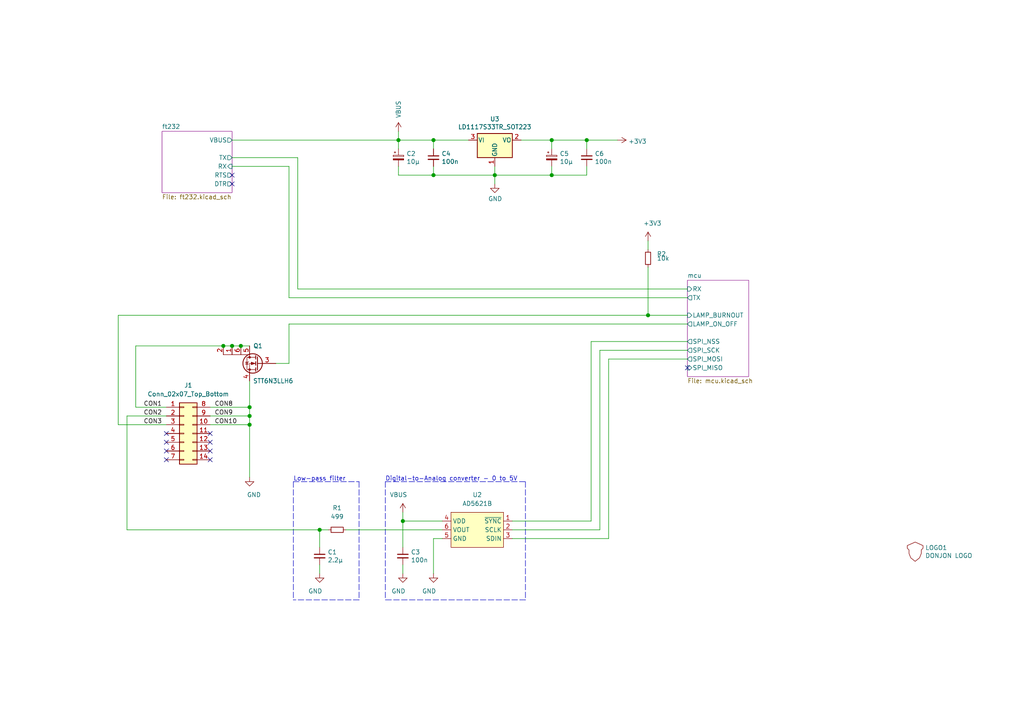
<source format=kicad_sch>
(kicad_sch (version 20201015) (generator eeschema)
  (page 1 3)
  (paper "A4")
  (title_block (title "hayashi-light-remote") (date "2020-12-10") (rev "1.0") (company "Ledger") (comment 1 "Licensed under LGPLv3"))
  (lib_symbols
    (symbol "Connector_Generic:Conn_02x07_Top_Bottom" (pin_names (offset 1.016) hide)
      (property "Reference" "J" (at 1.27 10.16 0))
      (property "Value" "Conn_02x07_Top_Bottom" (at 1.27 -10.16 0))
      (symbol "Conn_02x07_Top_Bottom_1_1"
        (rectangle (start -1.27 -4.953) (end 0 -5.207) (stroke (width 0.1524)))
        (rectangle (start -1.27 -7.493) (end 0 -7.747) (stroke (width 0.1524)))
        (rectangle (start -1.27 -2.413) (end 0 -2.667) (stroke (width 0.1524)))
        (rectangle (start -1.27 2.667) (end 0 2.413) (stroke (width 0.1524)))
        (rectangle (start -1.27 5.207) (end 0 4.953) (stroke (width 0.1524)))
        (rectangle (start -1.27 7.747) (end 0 7.493) (stroke (width 0.1524)))
        (rectangle (start -1.27 8.89) (end 3.81 -8.89) (stroke (width 0.254)) (fill (type background)))
        (rectangle (start -1.27 0.127) (end 0 -0.127) (stroke (width 0.1524)))
        (rectangle (start 3.81 -4.953) (end 2.54 -5.207) (stroke (width 0.1524)))
        (rectangle (start 3.81 -7.493) (end 2.54 -7.747) (stroke (width 0.1524)))
        (rectangle (start 3.81 -2.413) (end 2.54 -2.667) (stroke (width 0.1524)))
        (rectangle (start 3.81 2.667) (end 2.54 2.413) (stroke (width 0.1524)))
        (rectangle (start 3.81 5.207) (end 2.54 4.953) (stroke (width 0.1524)))
        (rectangle (start 3.81 7.747) (end 2.54 7.493) (stroke (width 0.1524)))
        (rectangle (start 3.81 0.127) (end 2.54 -0.127) (stroke (width 0.1524)))
        (pin passive line (at -5.08 7.62 0) (length 3.81) (name "Pin_1") (number "1"))
        (pin passive line (at 7.62 2.54 180) (length 3.81) (name "Pin_10") (number "10"))
        (pin passive line (at 7.62 0 180) (length 3.81) (name "Pin_11") (number "11"))
        (pin passive line (at 7.62 -2.54 180) (length 3.81) (name "Pin_12") (number "12"))
        (pin passive line (at 7.62 -5.08 180) (length 3.81) (name "Pin_13") (number "13"))
        (pin passive line (at 7.62 -7.62 180) (length 3.81) (name "Pin_14") (number "14"))
        (pin passive line (at -5.08 5.08 0) (length 3.81) (name "Pin_2") (number "2"))
        (pin passive line (at -5.08 2.54 0) (length 3.81) (name "Pin_3") (number "3"))
        (pin passive line (at -5.08 0 0) (length 3.81) (name "Pin_4") (number "4"))
        (pin passive line (at -5.08 -2.54 0) (length 3.81) (name "Pin_5") (number "5"))
        (pin passive line (at -5.08 -5.08 0) (length 3.81) (name "Pin_6") (number "6"))
        (pin passive line (at -5.08 -7.62 0) (length 3.81) (name "Pin_7") (number "7"))
        (pin passive line (at 7.62 7.62 180) (length 3.81) (name "Pin_8") (number "8"))
        (pin passive line (at 7.62 5.08 180) (length 3.81) (name "Pin_9") (number "9"))
      )
    )
    (symbol "Device:C_Polarized_Small" (pin_numbers hide) (pin_names (offset 0.254) hide)
      (property "Reference" "C" (at 0.254 1.778 0))
      (property "Value" "C_Polarized_Small" (at 0.254 -2.032 0))
      (symbol "C_Polarized_Small_0_1"
        (rectangle (start -1.524 -0.3048) (end 1.524 -0.6858) (fill (type outline)))
        (rectangle (start -1.524 0.6858) (end 1.524 0.3048))
        (polyline (pts (xy -1.27 1.524) (xy -0.762 1.524)))
        (polyline (pts (xy -1.016 1.27) (xy -1.016 1.778)))
      )
      (symbol "C_Polarized_Small_1_1"
        (pin passive line (at 0 2.54 270) (length 1.8542) (name "~") (number "1"))
        (pin passive line (at 0 -2.54 90) (length 1.8542) (name "~") (number "2"))
      )
    )
    (symbol "Device:C_Small" (pin_numbers hide) (pin_names (offset 0.254) hide)
      (property "Reference" "C" (at 0.254 1.778 0))
      (property "Value" "C_Small" (at 0.254 -2.032 0))
      (symbol "C_Small_0_1"
        (polyline (pts (xy -1.524 -0.508) (xy 1.524 -0.508)) (stroke (width 0.3302)))
        (polyline (pts (xy -1.524 0.508) (xy 1.524 0.508)) (stroke (width 0.3048)))
      )
      (symbol "C_Small_1_1"
        (pin passive line (at 0 2.54 270) (length 2.032) (name "~") (number "1"))
        (pin passive line (at 0 -2.54 90) (length 2.032) (name "~") (number "2"))
      )
    )
    (symbol "Device:R_Small" (pin_numbers hide) (pin_names (offset 0.254) hide)
      (property "Reference" "R" (at 0.762 0.508 0))
      (property "Value" "R_Small" (at 0.762 -1.016 0))
      (symbol "R_Small_0_1"
        (rectangle (start -0.762 1.778) (end 0.762 -1.778) (stroke (width 0.2032)))
      )
      (symbol "R_Small_1_1"
        (pin passive line (at 0 2.54 270) (length 0.762) (name "~") (number "1"))
        (pin passive line (at 0 -2.54 90) (length 0.762) (name "~") (number "2"))
      )
    )
    (symbol "Regulator_Linear:LD1117S33TR_SOT223" (pin_names (offset 0.254))
      (property "Reference" "U" (at -3.81 3.175 0))
      (property "Value" "LD1117S33TR_SOT223" (at 0 3.175 0))
      (symbol "LD1117S33TR_SOT223_0_1"
        (rectangle (start -5.08 -5.08) (end 5.08 1.905) (stroke (width 0.254)) (fill (type background)))
      )
      (symbol "LD1117S33TR_SOT223_1_1"
        (pin power_in line (at 0 -7.62 90) (length 2.54) (name "GND") (number "1"))
        (pin power_out line (at 7.62 0 180) (length 2.54) (name "VO") (number "2"))
        (pin power_in line (at -7.62 0 0) (length 2.54) (name "VI") (number "3"))
      )
    )
    (symbol "mylib:AD5621B"
      (property "Reference" "U" (at 0 6.35 0))
      (property "Value" "AD5621B" (at 0 3.81 0))
      (symbol "AD5621B_1_1"
        (rectangle (start -7.62 2.54) (end 7.62 -7.62) (fill (type background)))
        (pin input line (at -10.16 0 0) (length 2.54) (name "~SYNC") (number "1"))
        (pin input line (at -10.16 -2.54 0) (length 2.54) (name "SCLK") (number "2"))
        (pin input line (at -10.16 -5.08 0) (length 2.54) (name "SDIN") (number "3"))
        (pin power_in line (at 10.16 0 180) (length 2.54) (name "VDD") (number "4"))
        (pin power_in line (at 10.16 -5.08 180) (length 2.54) (name "GND") (number "5"))
        (pin power_out line (at 10.16 -2.54 180) (length 2.54) (name "VOUT") (number "6"))
      )
    )
    (symbol "mylib:DUNGEON_LOGO"
      (property "Reference" "LOGO" (at 0 0 0))
      (property "Value" "DUNGEON_LOGO" (at 0 0 0))
      (symbol "DUNGEON_LOGO_0_1"
        (polyline (pts (xy 0 2.794) (xy 2.286 1.778) (xy 2.286 1.016) (xy 1.778 0.508) (xy 1.778 -0.508) (xy 1.27 -1.778) (xy 0 -2.794) (xy -1.27 -1.778) (xy -1.778 -0.508) (xy -1.778 0.508) (xy -2.286 1.016) (xy -2.286 1.778) (xy 0 2.794)))
      )
    )
    (symbol "mylib:STT6N3LLH6"
      (property "Reference" "Q" (at 3.81 0 0))
      (property "Value" "STT6N3LLH6" (at 7.62 -2.54 0))
      (symbol "STT6N3LLH6_1_1"
        (circle (center -0.889 0) (radius 2.8194) (stroke (width 0.254)))
        (circle (center 0 -1.778) (radius 0.2794) (fill (type outline)))
        (circle (center 0 1.778) (radius 0.2794) (fill (type outline)))
        (polyline (pts (xy -2.4892 0) (xy -2.286 0)))
        (polyline (pts (xy -1.778 -1.778) (xy 0 -1.778)))
        (polyline (pts (xy -1.778 -1.27) (xy -1.778 -2.286)) (stroke (width 0.254)))
        (polyline (pts (xy -1.778 0) (xy 0 0)))
        (polyline (pts (xy -1.778 0.508) (xy -1.778 -0.508)) (stroke (width 0.254)))
        (polyline (pts (xy -1.778 1.778) (xy 0 1.778)))
        (polyline (pts (xy -1.778 2.286) (xy -1.778 1.27)) (stroke (width 0.254)))
        (polyline (pts (xy 0 -1.778) (xy 0 -2.54)))
        (polyline (pts (xy 0 -1.778) (xy 0 0)))
        (polyline (pts (xy 0 2.54) (xy 0 1.778)))
        (polyline (pts (xy -2.286 1.905) (xy -2.286 -1.905) (xy -2.286 -1.905)) (stroke (width 0.254)))
        (polyline (pts (xy -1.524 0) (xy -0.508 0.381) (xy -0.508 -0.381) (xy -1.524 0)) (fill (type outline)))
        (polyline (pts (xy 0 -1.778) (xy 0.762 -1.778) (xy 0.762 1.778) (xy 0 1.778)))
        (polyline (pts (xy 0.254 0.508) (xy 0.381 0.381) (xy 1.143 0.381) (xy 1.27 0.254)))
        (polyline (pts (xy 0.762 0.381) (xy 0.381 -0.254) (xy 1.143 -0.254) (xy 0.762 0.381)))
        (pin passive line (at 5.08 5.08 270) (length 2.54) (name "~") (number "1"))
        (pin passive line (at 7.62 5.08 270) (length 2.54) (name "~") (number "2"))
        (pin input line (at -7.62 0 0) (length 5.08) (name "~") (number "3"))
        (pin passive line (at 0 -5.08 90) (length 2.54) (name "~") (number "4"))
        (pin passive line (at 0 5.08 270) (length 2.54) (name "~") (number "5"))
        (pin passive line (at 2.54 5.08 270) (length 2.54) (name "~") (number "6"))
      )
      (symbol "STT6N3LLH6_0_1"
        (polyline (pts (xy 7.62 2.54) (xy 0 2.54)))
      )
    )
    (symbol "power:+3V3" (power) (pin_names (offset 0))
      (property "Value" "+3V3" (at 0 3.556 0))
      (symbol "+3V3_0_1"
        (polyline (pts (xy -0.762 1.27) (xy 0 2.54)))
        (polyline (pts (xy 0 0) (xy 0 2.54)))
        (polyline (pts (xy 0 2.54) (xy 0.762 1.27)))
      )
      (symbol "+3V3_1_1"
        (pin power_in line (at 0 0 90) (length 0) hide (name "+3V3") (number "1"))
      )
    )
    (symbol "power:GND" (power) (pin_names (offset 0))
      (property "Value" "GND" (at 0 -3.81 0))
      (symbol "GND_0_1"
        (polyline (pts (xy 0 0) (xy 0 -1.27) (xy 1.27 -1.27) (xy 0 -2.54) (xy -1.27 -1.27) (xy 0 -1.27)))
      )
      (symbol "GND_1_1"
        (pin power_in line (at 0 0 270) (length 0) hide (name "GND") (number "1"))
      )
    )
    (symbol "power:VBUS" (power) (pin_names (offset 0))
      (property "Value" "VBUS" (at 0 3.81 0))
      (symbol "VBUS_0_1"
        (polyline (pts (xy -0.762 1.27) (xy 0 2.54)))
        (polyline (pts (xy 0 0) (xy 0 2.54)))
        (polyline (pts (xy 0 2.54) (xy 0.762 1.27)))
      )
      (symbol "VBUS_1_1"
        (pin power_in line (at 0 0 90) (length 0) hide (name "VBUS") (number "1"))
      )
    )
  )
  (junction (at 64.77 100.33) (diameter 1.016))
  (junction (at 67.31 100.33) (diameter 1.016))
  (junction (at 69.85 100.33) (diameter 1.016))
  (junction (at 72.39 118.11) (diameter 1.016))
  (junction (at 72.39 120.65) (diameter 1.016))
  (junction (at 72.39 123.19) (diameter 1.016))
  (junction (at 92.71 153.67) (diameter 1.016))
  (junction (at 115.57 40.64) (diameter 1.016))
  (junction (at 116.84 151.13) (diameter 1.016))
  (junction (at 125.73 40.64) (diameter 1.016))
  (junction (at 125.73 50.8) (diameter 1.016))
  (junction (at 143.51 50.8) (diameter 1.016))
  (junction (at 160.02 40.64) (diameter 1.016))
  (junction (at 160.02 50.8) (diameter 1.016))
  (junction (at 170.18 40.64) (diameter 1.016))
  (junction (at 187.96 91.44) (diameter 1.016))
  (no_connect (at 48.26 125.73))
  (no_connect (at 199.39 106.68))
  (no_connect (at 60.96 130.81))
  (no_connect (at 60.96 133.35))
  (no_connect (at 48.26 133.35))
  (no_connect (at 60.96 125.73))
  (no_connect (at 48.26 128.27))
  (no_connect (at 67.31 50.8))
  (no_connect (at 48.26 130.81))
  (no_connect (at 67.31 53.34))
  (no_connect (at 60.96 128.27))
  (wire (pts (xy 34.29 91.44) (xy 34.29 123.19)))
  (wire (pts (xy 34.29 91.44) (xy 187.96 91.44)))
  (wire (pts (xy 36.83 120.65) (xy 36.83 153.67)))
  (wire (pts (xy 36.83 120.65) (xy 48.26 120.65)))
  (wire (pts (xy 36.83 153.67) (xy 92.71 153.67)))
  (wire (pts (xy 39.37 100.33) (xy 39.37 118.11)))
  (wire (pts (xy 48.26 118.11) (xy 39.37 118.11)))
  (wire (pts (xy 48.26 123.19) (xy 34.29 123.19)))
  (wire (pts (xy 60.96 118.11) (xy 72.39 118.11)))
  (wire (pts (xy 60.96 120.65) (xy 72.39 120.65)))
  (wire (pts (xy 60.96 123.19) (xy 72.39 123.19)))
  (wire (pts (xy 64.77 100.33) (xy 39.37 100.33)))
  (wire (pts (xy 67.31 40.64) (xy 115.57 40.64)))
  (wire (pts (xy 67.31 48.26) (xy 83.82 48.26)))
  (wire (pts (xy 67.31 100.33) (xy 64.77 100.33)))
  (wire (pts (xy 69.85 100.33) (xy 67.31 100.33)))
  (wire (pts (xy 72.39 100.33) (xy 69.85 100.33)))
  (wire (pts (xy 72.39 110.49) (xy 72.39 118.11)))
  (wire (pts (xy 72.39 118.11) (xy 72.39 120.65)))
  (wire (pts (xy 72.39 120.65) (xy 72.39 123.19)))
  (wire (pts (xy 72.39 123.19) (xy 72.39 138.43)))
  (wire (pts (xy 83.82 48.26) (xy 83.82 86.36)))
  (wire (pts (xy 83.82 86.36) (xy 199.39 86.36)))
  (wire (pts (xy 83.82 93.98) (xy 83.82 105.41)))
  (wire (pts (xy 83.82 105.41) (xy 80.01 105.41)))
  (wire (pts (xy 86.36 45.72) (xy 67.31 45.72)))
  (wire (pts (xy 86.36 83.82) (xy 86.36 45.72)))
  (wire (pts (xy 86.36 83.82) (xy 199.39 83.82)))
  (wire (pts (xy 92.71 153.67) (xy 92.71 158.75)))
  (wire (pts (xy 92.71 153.67) (xy 95.25 153.67)))
  (wire (pts (xy 92.71 163.83) (xy 92.71 166.37)))
  (wire (pts (xy 100.33 153.67) (xy 128.27 153.67)))
  (wire (pts (xy 115.57 38.1) (xy 115.57 40.64)))
  (wire (pts (xy 115.57 40.64) (xy 115.57 43.18)))
  (wire (pts (xy 115.57 48.26) (xy 115.57 50.8)))
  (wire (pts (xy 116.84 148.59) (xy 116.84 151.13)))
  (wire (pts (xy 116.84 151.13) (xy 116.84 158.75)))
  (wire (pts (xy 116.84 151.13) (xy 128.27 151.13)))
  (wire (pts (xy 116.84 163.83) (xy 116.84 166.37)))
  (wire (pts (xy 125.73 40.64) (xy 115.57 40.64)))
  (wire (pts (xy 125.73 40.64) (xy 125.73 43.18)))
  (wire (pts (xy 125.73 40.64) (xy 135.89 40.64)))
  (wire (pts (xy 125.73 48.26) (xy 125.73 50.8)))
  (wire (pts (xy 125.73 50.8) (xy 115.57 50.8)))
  (wire (pts (xy 125.73 50.8) (xy 143.51 50.8)))
  (wire (pts (xy 125.73 156.21) (xy 125.73 166.37)))
  (wire (pts (xy 128.27 156.21) (xy 125.73 156.21)))
  (wire (pts (xy 143.51 50.8) (xy 143.51 48.26)))
  (wire (pts (xy 143.51 50.8) (xy 143.51 53.34)))
  (wire (pts (xy 143.51 50.8) (xy 160.02 50.8)))
  (wire (pts (xy 148.59 151.13) (xy 171.45 151.13)))
  (wire (pts (xy 148.59 156.21) (xy 176.53 156.21)))
  (wire (pts (xy 151.13 40.64) (xy 160.02 40.64)))
  (wire (pts (xy 160.02 40.64) (xy 160.02 43.18)))
  (wire (pts (xy 160.02 48.26) (xy 160.02 50.8)))
  (wire (pts (xy 170.18 40.64) (xy 160.02 40.64)))
  (wire (pts (xy 170.18 40.64) (xy 170.18 43.18)))
  (wire (pts (xy 170.18 40.64) (xy 179.07 40.64)))
  (wire (pts (xy 170.18 48.26) (xy 170.18 50.8)))
  (wire (pts (xy 170.18 50.8) (xy 160.02 50.8)))
  (wire (pts (xy 171.45 99.06) (xy 199.39 99.06)))
  (wire (pts (xy 171.45 151.13) (xy 171.45 99.06)))
  (wire (pts (xy 173.99 101.6) (xy 173.99 153.67)))
  (wire (pts (xy 173.99 153.67) (xy 148.59 153.67)))
  (wire (pts (xy 176.53 104.14) (xy 199.39 104.14)))
  (wire (pts (xy 176.53 156.21) (xy 176.53 104.14)))
  (wire (pts (xy 187.96 69.85) (xy 187.96 72.39)))
  (wire (pts (xy 187.96 77.47) (xy 187.96 91.44)))
  (wire (pts (xy 187.96 91.44) (xy 199.39 91.44)))
  (wire (pts (xy 199.39 93.98) (xy 83.82 93.98)))
  (wire (pts (xy 199.39 101.6) (xy 173.99 101.6)))
  (polyline (pts (xy 85.09 139.7) (xy 85.09 173.99)) (stroke (width 0) (type dash)))
  (polyline (pts (xy 85.09 139.7) (xy 104.14 139.7)) (stroke (width 0) (type dash)))
  (polyline (pts (xy 104.14 139.7) (xy 104.14 173.99)) (stroke (width 0) (type dash)))
  (polyline (pts (xy 104.14 173.99) (xy 85.09 173.99)) (stroke (width 0) (type dash)))
  (polyline (pts (xy 111.76 139.7) (xy 111.76 173.99)) (stroke (width 0) (type dash)))
  (polyline (pts (xy 111.76 139.7) (xy 152.4 139.7)) (stroke (width 0) (type dash)))
  (polyline (pts (xy 152.4 139.7) (xy 152.4 173.99)) (stroke (width 0) (type dash)))
  (polyline (pts (xy 152.4 173.99) (xy 111.76 173.99)) (stroke (width 0) (type dash)))
  (text "Low-pass filter" (at 85.09 139.7 0) (effects (font (size 1.27 1.27)) (justify left bottom)))
  (text "Digital-to-Analog converter - 0 to 5V" (at 111.76 139.7 0) (effects (font (size 1.27 1.27)) (justify left bottom)))
  (label "CON1" (at 46.99 118.11 180))
  (label "CON2" (at 46.99 120.65 180))
  (label "CON3" (at 46.99 123.19 180))
  (label "CON8" (at 62.23 118.11 0))
  (label "CON9" (at 62.23 120.65 0))
  (label "CON10" (at 62.23 123.19 0))
  (symbol (lib_id "power:VBUS") (at 115.57 38.1 0) (mirror y) (unit 1)
    (property "Reference" "#PWR0114" (effects hide))
    (property "Value" "VBUS" (at 115.57 34.29 90) (effects (justify left)))
  )
  (symbol (lib_id "power:VBUS") (at 116.84 148.59 0) (mirror y) (unit 1)
    (property "Reference" "#PWR0109" (effects hide))
    (property "Value" "VBUS" (at 115.57 143.51 0))
  )
  (symbol (lib_id "power:+3V3") (at 179.07 40.64 270) (unit 1)
    (property "Reference" "#PWR0112" (effects hide))
    (property "Value" "+3V3" (at 182.2451 41.0083 90) (effects (justify left)))
  )
  (symbol (lib_id "power:+3V3") (at 187.96 69.85 0) (unit 1)
    (property "Reference" "#PWR0111" (effects hide))
    (property "Value" "+3V3" (at 189.23 64.77 0))
  )
  (symbol (lib_id "power:GND") (at 72.39 138.43 0) (unit 1)
    (property "Reference" "#PWR0103" (effects hide))
    (property "Value" "GND" (at 73.66 143.51 0))
  )
  (symbol (lib_id "power:GND") (at 92.71 166.37 0) (mirror y) (unit 1)
    (property "Reference" "#PWR0110" (effects hide))
    (property "Value" "GND" (at 91.44 171.45 0))
  )
  (symbol (lib_id "power:GND") (at 116.84 166.37 0) (mirror y) (unit 1)
    (property "Reference" "#PWR0108" (effects hide))
    (property "Value" "GND" (at 115.57 171.45 0))
  )
  (symbol (lib_id "power:GND") (at 125.73 166.37 0) (mirror y) (unit 1)
    (property "Reference" "#PWR0107" (effects hide))
    (property "Value" "GND" (at 124.46 171.45 0))
  )
  (symbol (lib_id "power:GND") (at 143.51 53.34 0) (unit 1)
    (property "Reference" "#PWR0113" (effects hide))
    (property "Value" "GND" (at 143.6243 57.6644 0))
  )
  (symbol (lib_id "Device:R_Small") (at 97.79 153.67 90) (unit 1)
    (property "Reference" "R1" (at 97.79 147.32 90))
    (property "Value" "499" (at 97.79 149.86 90))
    (property "Footprint" "Resistor_SMD:R_0603_1608Metric" (effects hide))
    (property "Manufacturer" "Multicomp" (effects hide))
    (property "ManufacturerRef" "MCWR06X4990FTL" (effects hide))
    (property "Price" "0.0044" (effects hide))
    (property "Vendor" "Farnell" (effects hide))
    (property "VendorRef" "2694886" (effects hide))
  )
  (symbol (lib_id "Device:R_Small") (at 187.96 74.93 0) (unit 1)
    (property "Reference" "R2" (at 190.5 73.66 0) (effects (justify left)))
    (property "Value" "10k" (at 190.5 74.93 0) (effects (justify left)))
    (property "Footprint" "Resistor_SMD:R_0603_1608Metric" (effects hide))
    (property "Manufacturer" "TE Connectivity" (effects hide))
    (property "ManufacturerRef" "CRGH0603J10K" (effects hide))
    (property "Price" "0.0446" (effects hide))
    (property "Vendor" "Farnell" (effects hide))
    (property "VendorRef" "2331740" (effects hide))
  )
  (symbol (lib_id "Device:C_Polarized_Small") (at 115.57 45.72 0) (unit 1)
    (property "Reference" "C2" (at 117.8815 44.5706 0) (effects (justify left)))
    (property "Value" "10µ" (at 117.8815 46.8693 0) (effects (justify left)))
    (property "Footprint" "Capacitor_Tantalum_SMD:CP_EIA-3216-10_Kemet-I" (effects hide))
    (property "Manufacturer" "AVX" (effects hide))
    (property "ManufacturerRef" "TAJA106K016SNJ" (effects hide))
    (property "Price" "0.259" (effects hide))
    (property "Vendor" "Farnell" (effects hide))
    (property "VendorRef" "2852725" (effects hide))
  )
  (symbol (lib_id "Device:C_Polarized_Small") (at 160.02 45.72 0) (unit 1)
    (property "Reference" "C5" (at 162.3315 44.5706 0) (effects (justify left)))
    (property "Value" "10µ" (at 162.3315 46.8693 0) (effects (justify left)))
    (property "Footprint" "Capacitor_Tantalum_SMD:CP_EIA-3216-10_Kemet-I" (effects hide))
    (property "Manufacturer" "AVX" (effects hide))
    (property "ManufacturerRef" "TAJA106K016SNJ" (effects hide))
    (property "Price" "0.259" (effects hide))
    (property "Vendor" "Farnell" (effects hide))
    (property "VendorRef" "2852725" (effects hide))
  )
  (symbol (lib_id "Device:C_Small") (at 92.71 161.29 0) (unit 1)
    (property "Reference" "C1" (at 95.0342 160.1406 0) (effects (justify left)))
    (property "Value" "2.2µ" (at 95.0342 162.4393 0) (effects (justify left)))
    (property "Footprint" "Capacitor_SMD:C_0603_1608Metric" (effects hide))
    (property "Manufacturer" "Murata" (effects hide))
    (property "ManufacturerRef" "GRM188R61E225KA12D" (effects hide))
    (property "Price" "0.104" (effects hide))
    (property "Vendor" "Farnell" (effects hide))
    (property "VendorRef" "1845734" (effects hide))
  )
  (symbol (lib_id "Device:C_Small") (at 116.84 161.29 0) (unit 1)
    (property "Reference" "C3" (at 119.1642 160.1406 0) (effects (justify left)))
    (property "Value" "100n" (at 119.1642 162.4393 0) (effects (justify left)))
    (property "Footprint" "Capacitor_SMD:C_0603_1608Metric" (effects hide))
    (property "Manufacturer" "Multicomp" (effects hide))
    (property "ManufacturerRef" "MC0603B104K250CT" (effects hide))
    (property "Price" "0.0273" (effects hide))
    (property "Vendor" "Farnell" (effects hide))
    (property "VendorRef" "1759037" (effects hide))
  )
  (symbol (lib_id "Device:C_Small") (at 125.73 45.72 0) (unit 1)
    (property "Reference" "C4" (at 128.0542 44.5706 0) (effects (justify left)))
    (property "Value" "100n" (at 128.0542 46.8693 0) (effects (justify left)))
    (property "Footprint" "Capacitor_SMD:C_0603_1608Metric" (effects hide))
    (property "Manufacturer" "Multicomp" (effects hide))
    (property "ManufacturerRef" "MC0603B104K250CT" (effects hide))
    (property "Price" "0.0273" (effects hide))
    (property "Vendor" "Farnell" (effects hide))
    (property "VendorRef" "1759037" (effects hide))
  )
  (symbol (lib_id "Device:C_Small") (at 170.18 45.72 0) (unit 1)
    (property "Reference" "C6" (at 172.5042 44.5706 0) (effects (justify left)))
    (property "Value" "100n" (at 172.5042 46.8693 0) (effects (justify left)))
    (property "Footprint" "Capacitor_SMD:C_0603_1608Metric" (effects hide))
    (property "Manufacturer" "Multicomp" (effects hide))
    (property "ManufacturerRef" "MC0603B104K250CT" (effects hide))
    (property "Price" "0.0273" (effects hide))
    (property "Vendor" "Farnell" (effects hide))
    (property "VendorRef" "1759037" (effects hide))
  )
  (symbol (lib_id "mylib:DUNGEON_LOGO") (at 265.43 160.02 0) (unit 1)
    (property "Reference" "LOGO1" (at 268.3511 158.8706 0) (effects (justify left)))
    (property "Value" "DONJON LOGO" (at 268.3511 161.1693 0) (effects (justify left)))
    (property "Footprint" "mylib:donjon-2000" (effects hide))
  )
  (symbol (lib_id "Regulator_Linear:LD1117S33TR_SOT223") (at 143.51 40.64 0) (unit 1)
    (property "Reference" "U3" (at 143.51 34.5248 0))
    (property "Value" "LD1117S33TR_SOT223" (at 143.51 36.8235 0))
    (property "Footprint" "Package_TO_SOT_SMD:SOT-223-3_TabPin2" (effects hide))
    (property "Datasheet" "http://www.st.com/st-web-ui/static/active/en/resource/technical/document/datasheet/CD00000544.pdf" (effects hide))
    (property "Manufacturer" "STMicroelectronics" (effects hide))
    (property "ManufacturerRef" "LD1117S33TR" (effects hide))
    (property "Price" "0.334" (effects hide))
    (property "Vendor" "Farnell" (effects hide))
    (property "VendorRef" "1202826" (effects hide))
  )
  (symbol (lib_id "mylib:STT6N3LLH6") (at 72.39 105.41 0) (mirror y) (unit 1)
    (property "Reference" "Q1" (at 76.2 100.33 0) (effects (justify left)))
    (property "Value" "STT6N3LLH6" (at 85.09 110.49 0) (effects (justify left)))
    (property "Footprint" "Package_TO_SOT_SMD:SOT-23-6_Handsoldering" (effects hide))
    (property "Manufacturer" "STMicroelectronics" (effects hide))
    (property "ManufacturerRef" "STT6N3LLH6" (effects hide))
    (property "Price" "0.67" (effects hide))
    (property "Vendor" "Farnell" (effects hide))
    (property "VendorRef" "3130139" (effects hide))
  )
  (symbol (lib_id "mylib:AD5621B") (at 138.43 151.13 0) (mirror y) (unit 1)
    (property "Reference" "U2" (at 138.43 143.51 0))
    (property "Value" "AD5621B" (at 138.43 146.05 0))
    (property "Footprint" "Package_TO_SOT_SMD:SOT-363_SC-70-6_Handsoldering" (effects hide))
    (property "Datasheet" "http://www.analog.com/media/en/technical-documentation/data-sheets/ad5601_5611_5621.pdf" (effects hide))
    (property "Manufacturer" "Analog Devices" (effects hide))
    (property "ManufacturerRef" "AD5621BKSZ-REEL7" (effects hide))
    (property "Price" "2.35" (effects hide))
    (property "Vendor" "Mouser" (effects hide))
    (property "VendorRef" "584-AD5621BKSZ-R7" (effects hide))
  )
  (symbol (lib_id "Connector_Generic:Conn_02x07_Top_Bottom") (at 53.34 125.73 0) (unit 1)
    (property "Reference" "J1" (at 54.61 111.76 0))
    (property "Value" "Conn_02x07_Top_Bottom" (at 54.61 114.3 0))
    (property "Footprint" "mylib:Amphenol_5710140" (effects hide))
    (property "Manufacturer" "Amphenol" (effects hide))
    (property "ManufacturerRef" "5710140" (effects hide))
    (property "Price" "4.2" (effects hide))
    (property "Vendor" "Verical" (effects hide))
    (property "VendorRef" "5710140" (effects hide))
  )
  (sheet (at 46.99 38.1) (size 20.32 17.78) (stroke (width 0.001) (color 132 0 132 1)) (fill (color 255 255 255 0.0000))
    (property "Sheet name" "ft232" (at 46.99 37.4641 0) (effects (justify left bottom)))
    (property "Sheet file" "ft232.kicad_sch" (at 46.99 56.3889 0) (effects (justify left top)))
    (pin "TX" output (at 67.31 45.72 0))
    (pin "RX" input (at 67.31 48.26 0))
    (pin "RTS" output (at 67.31 50.8 0))
    (pin "DTR" output (at 67.31 53.34 0))
    (pin "VBUS" output (at 67.31 40.64 0))
  )
  (sheet (at 199.39 81.28) (size 17.78 27.94) (stroke (width 0.001) (color 132 0 132 1)) (fill (color 255 255 255 0.0000))
    (property "Sheet name" "mcu" (at 199.39 80.6441 0) (effects (justify left bottom)))
    (property "Sheet file" "mcu.kicad_sch" (at 199.39 109.7289 0) (effects (justify left top)))
    (pin "SPI_NSS" output (at 199.39 99.06 180))
    (pin "SPI_SCK" output (at 199.39 101.6 180))
    (pin "SPI_MISO" input (at 199.39 106.68 180))
    (pin "SPI_MOSI" output (at 199.39 104.14 180))
    (pin "TX" output (at 199.39 86.36 180))
    (pin "RX" input (at 199.39 83.82 180))
    (pin "LAMP_BURNOUT" input (at 199.39 91.44 180))
    (pin "LAMP_ON_OFF" output (at 199.39 93.98 180))
  )
)
</source>
